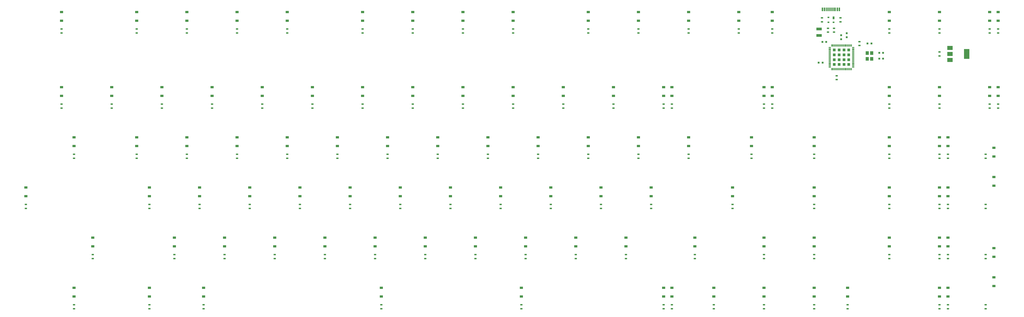
<source format=gbp>
G04 #@! TF.GenerationSoftware,KiCad,Pcbnew,(5.0.0)*
G04 #@! TF.CreationDate,2018-11-18T02:02:53-08:00*
G04 #@! TF.ProjectId,Voyager97,566F796167657239372E6B696361645F,rev?*
G04 #@! TF.SameCoordinates,Original*
G04 #@! TF.FileFunction,Paste,Bot*
G04 #@! TF.FilePolarity,Positive*
%FSLAX46Y46*%
G04 Gerber Fmt 4.6, Leading zero omitted, Abs format (unit mm)*
G04 Created by KiCad (PCBNEW (5.0.0)) date 11/18/18 02:02:53*
%MOMM*%
%LPD*%
G01*
G04 APERTURE LIST*
%ADD10R,0.750000X0.800000*%
%ADD11R,0.800000X0.750000*%
%ADD12R,1.200000X0.900000*%
%ADD13R,2.030000X1.140000*%
%ADD14R,2.000000X1.500000*%
%ADD15R,2.000000X3.800000*%
%ADD16R,0.900000X0.500000*%
%ADD17R,0.700000X0.600000*%
%ADD18R,0.700000X1.000000*%
%ADD19R,0.300000X1.450000*%
%ADD20R,0.600000X1.450000*%
%ADD21R,1.200000X1.400000*%
%ADD22R,1.102500X1.102500*%
%ADD23R,0.850000X0.300000*%
%ADD24R,0.300000X0.850000*%
G04 APERTURE END LIST*
D10*
G04 #@! TO.C,C2*
X345186000Y-42025000D03*
X345186000Y-40525000D03*
G04 #@! TD*
D11*
G04 #@! TO.C,C3*
X361176000Y-49403000D03*
X359676000Y-49403000D03*
G04 #@! TD*
G04 #@! TO.C,C4*
X359676000Y-47244000D03*
X361176000Y-47244000D03*
G04 #@! TD*
G04 #@! TO.C,C5*
X338086000Y-43053000D03*
X339586000Y-43053000D03*
G04 #@! TD*
G04 #@! TO.C,C6*
X336689000Y-50927000D03*
X338189000Y-50927000D03*
G04 #@! TD*
D10*
G04 #@! TO.C,C7*
X347345000Y-41263000D03*
X347345000Y-39763000D03*
G04 #@! TD*
D11*
G04 #@! TO.C,C8*
X355231000Y-43688000D03*
X356731000Y-43688000D03*
G04 #@! TD*
D12*
G04 #@! TO.C,D1*
X49212500Y-31687500D03*
X49212500Y-34987500D03*
G04 #@! TD*
G04 #@! TO.C,D2*
X77787500Y-34987500D03*
X77787500Y-31687500D03*
G04 #@! TD*
G04 #@! TO.C,D3*
X96837500Y-31687500D03*
X96837500Y-34987500D03*
G04 #@! TD*
G04 #@! TO.C,D4*
X115887500Y-34987500D03*
X115887500Y-31687500D03*
G04 #@! TD*
G04 #@! TO.C,D5*
X134937500Y-34987500D03*
X134937500Y-31687500D03*
G04 #@! TD*
G04 #@! TO.C,D6*
X163512500Y-31687500D03*
X163512500Y-34987500D03*
G04 #@! TD*
G04 #@! TO.C,D7*
X182562500Y-31687500D03*
X182562500Y-34987500D03*
G04 #@! TD*
G04 #@! TO.C,D8*
X201612500Y-34987500D03*
X201612500Y-31687500D03*
G04 #@! TD*
G04 #@! TO.C,D9*
X220662500Y-34987500D03*
X220662500Y-31687500D03*
G04 #@! TD*
G04 #@! TO.C,D10*
X249237500Y-34987500D03*
X249237500Y-31687500D03*
G04 #@! TD*
G04 #@! TO.C,D11*
X268287500Y-31687500D03*
X268287500Y-34987500D03*
G04 #@! TD*
G04 #@! TO.C,D12*
X287337500Y-31687500D03*
X287337500Y-34987500D03*
G04 #@! TD*
G04 #@! TO.C,D13*
X306387500Y-34987500D03*
X306387500Y-31687500D03*
G04 #@! TD*
G04 #@! TO.C,D14*
X319087500Y-60262500D03*
X319087500Y-63562500D03*
G04 #@! TD*
G04 #@! TO.C,D15*
X319087500Y-31687500D03*
X319087500Y-34987500D03*
G04 #@! TD*
G04 #@! TO.C,D16*
X404812500Y-34987500D03*
X404812500Y-31687500D03*
G04 #@! TD*
G04 #@! TO.C,D17*
X49212500Y-63562500D03*
X49212500Y-60262500D03*
G04 #@! TD*
G04 #@! TO.C,D18*
X68262500Y-63562500D03*
X68262500Y-60262500D03*
G04 #@! TD*
G04 #@! TO.C,D19*
X87312500Y-63562500D03*
X87312500Y-60262500D03*
G04 #@! TD*
G04 #@! TO.C,D20*
X106362500Y-63562500D03*
X106362500Y-60262500D03*
G04 #@! TD*
G04 #@! TO.C,D21*
X125412500Y-63562500D03*
X125412500Y-60262500D03*
G04 #@! TD*
G04 #@! TO.C,D22*
X144462500Y-60262500D03*
X144462500Y-63562500D03*
G04 #@! TD*
G04 #@! TO.C,D23*
X163512500Y-60262500D03*
X163512500Y-63562500D03*
G04 #@! TD*
G04 #@! TO.C,D24*
X182562500Y-60262500D03*
X182562500Y-63562500D03*
G04 #@! TD*
G04 #@! TO.C,D25*
X201612500Y-60262500D03*
X201612500Y-63562500D03*
G04 #@! TD*
G04 #@! TO.C,D26*
X220662500Y-60262500D03*
X220662500Y-63562500D03*
G04 #@! TD*
G04 #@! TO.C,D27*
X239712500Y-63562500D03*
X239712500Y-60262500D03*
G04 #@! TD*
G04 #@! TO.C,D28*
X258762500Y-63562500D03*
X258762500Y-60262500D03*
G04 #@! TD*
G04 #@! TO.C,D29*
X277812500Y-60262500D03*
X277812500Y-63562500D03*
G04 #@! TD*
G04 #@! TO.C,D30*
X280987500Y-63562500D03*
X280987500Y-60262500D03*
G04 #@! TD*
G04 #@! TO.C,D31*
X315912500Y-63562500D03*
X315912500Y-60262500D03*
G04 #@! TD*
G04 #@! TO.C,D32*
X334962500Y-82612500D03*
X334962500Y-79312500D03*
G04 #@! TD*
G04 #@! TO.C,D33*
X334962500Y-101662500D03*
X334962500Y-98362500D03*
G04 #@! TD*
G04 #@! TO.C,D35*
X53975000Y-82612500D03*
X53975000Y-79312500D03*
G04 #@! TD*
G04 #@! TO.C,D36*
X77787500Y-79312500D03*
X77787500Y-82612500D03*
G04 #@! TD*
G04 #@! TO.C,D37*
X96837500Y-82612500D03*
X96837500Y-79312500D03*
G04 #@! TD*
G04 #@! TO.C,D38*
X115887500Y-82612500D03*
X115887500Y-79312500D03*
G04 #@! TD*
G04 #@! TO.C,D39*
X134937500Y-79312500D03*
X134937500Y-82612500D03*
G04 #@! TD*
G04 #@! TO.C,D40*
X153987500Y-82612500D03*
X153987500Y-79312500D03*
G04 #@! TD*
G04 #@! TO.C,D41*
X173037500Y-82612500D03*
X173037500Y-79312500D03*
G04 #@! TD*
G04 #@! TO.C,D42*
X192087500Y-79312500D03*
X192087500Y-82612500D03*
G04 #@! TD*
G04 #@! TO.C,D43*
X211137500Y-82612500D03*
X211137500Y-79312500D03*
G04 #@! TD*
G04 #@! TO.C,D44*
X230187500Y-79312500D03*
X230187500Y-82612500D03*
G04 #@! TD*
G04 #@! TO.C,D45*
X249237500Y-82612500D03*
X249237500Y-79312500D03*
G04 #@! TD*
G04 #@! TO.C,D46*
X268287500Y-79312500D03*
X268287500Y-82612500D03*
G04 #@! TD*
G04 #@! TO.C,D47*
X287337500Y-79312500D03*
X287337500Y-82612500D03*
G04 #@! TD*
G04 #@! TO.C,D48*
X311150000Y-82612500D03*
X311150000Y-79312500D03*
G04 #@! TD*
G04 #@! TO.C,D52*
X35718750Y-98362500D03*
X35718750Y-101662500D03*
G04 #@! TD*
G04 #@! TO.C,D53*
X82550000Y-98362500D03*
X82550000Y-101662500D03*
G04 #@! TD*
G04 #@! TO.C,D54*
X101600000Y-101662500D03*
X101600000Y-98362500D03*
G04 #@! TD*
G04 #@! TO.C,D55*
X120650000Y-98362500D03*
X120650000Y-101662500D03*
G04 #@! TD*
G04 #@! TO.C,D56*
X139700000Y-98362500D03*
X139700000Y-101662500D03*
G04 #@! TD*
G04 #@! TO.C,D57*
X158750000Y-101662500D03*
X158750000Y-98362500D03*
G04 #@! TD*
G04 #@! TO.C,D58*
X177800000Y-98362500D03*
X177800000Y-101662500D03*
G04 #@! TD*
G04 #@! TO.C,D59*
X196850000Y-101662500D03*
X196850000Y-98362500D03*
G04 #@! TD*
G04 #@! TO.C,D60*
X215900000Y-101662500D03*
X215900000Y-98362500D03*
G04 #@! TD*
G04 #@! TO.C,D61*
X234950000Y-98362500D03*
X234950000Y-101662500D03*
G04 #@! TD*
G04 #@! TO.C,D62*
X254000000Y-98362500D03*
X254000000Y-101662500D03*
G04 #@! TD*
G04 #@! TO.C,D63*
X273050000Y-98362500D03*
X273050000Y-101662500D03*
G04 #@! TD*
G04 #@! TO.C,D65*
X304006250Y-98362500D03*
X304006250Y-101662500D03*
G04 #@! TD*
G04 #@! TO.C,D66*
X315912500Y-120712500D03*
X315912500Y-117412500D03*
G04 #@! TD*
G04 #@! TO.C,D67*
X61118750Y-120712500D03*
X61118750Y-117412500D03*
G04 #@! TD*
G04 #@! TO.C,D68*
X92075000Y-117412500D03*
X92075000Y-120712500D03*
G04 #@! TD*
G04 #@! TO.C,D69*
X111125000Y-120712500D03*
X111125000Y-117412500D03*
G04 #@! TD*
G04 #@! TO.C,D70*
X130175000Y-117412500D03*
X130175000Y-120712500D03*
G04 #@! TD*
G04 #@! TO.C,D71*
X149225000Y-120712500D03*
X149225000Y-117412500D03*
G04 #@! TD*
G04 #@! TO.C,D72*
X168275000Y-120712500D03*
X168275000Y-117412500D03*
G04 #@! TD*
G04 #@! TO.C,D73*
X187325000Y-117412500D03*
X187325000Y-120712500D03*
G04 #@! TD*
G04 #@! TO.C,D74*
X206375000Y-120712500D03*
X206375000Y-117412500D03*
G04 #@! TD*
G04 #@! TO.C,D75*
X225425000Y-117412500D03*
X225425000Y-120712500D03*
G04 #@! TD*
G04 #@! TO.C,D76*
X244475000Y-120712500D03*
X244475000Y-117412500D03*
G04 #@! TD*
G04 #@! TO.C,D77*
X263525000Y-117412500D03*
X263525000Y-120712500D03*
G04 #@! TD*
G04 #@! TO.C,D78*
X289718750Y-117412500D03*
X289718750Y-120712500D03*
G04 #@! TD*
G04 #@! TO.C,D80*
X334962500Y-117412500D03*
X334962500Y-120712500D03*
G04 #@! TD*
G04 #@! TO.C,D81*
X296862500Y-136462500D03*
X296862500Y-139762500D03*
G04 #@! TD*
G04 #@! TO.C,D82*
X315912500Y-136462500D03*
X315912500Y-139762500D03*
G04 #@! TD*
G04 #@! TO.C,D83*
X334962500Y-139762500D03*
X334962500Y-136462500D03*
G04 #@! TD*
G04 #@! TO.C,D84*
X53975000Y-139762500D03*
X53975000Y-136462500D03*
G04 #@! TD*
G04 #@! TO.C,D85*
X82550000Y-136462500D03*
X82550000Y-139762500D03*
G04 #@! TD*
G04 #@! TO.C,D86*
X103187500Y-139762500D03*
X103187500Y-136462500D03*
G04 #@! TD*
G04 #@! TO.C,D87*
X170656250Y-136462500D03*
X170656250Y-139762500D03*
G04 #@! TD*
G04 #@! TO.C,D89*
X223837500Y-139762500D03*
X223837500Y-136462500D03*
G04 #@! TD*
G04 #@! TO.C,D90*
X280987500Y-139762500D03*
X280987500Y-136462500D03*
G04 #@! TD*
G04 #@! TO.C,D91*
X277812500Y-136462500D03*
X277812500Y-139762500D03*
G04 #@! TD*
G04 #@! TO.C,D92*
X363537500Y-31687500D03*
X363537500Y-34987500D03*
G04 #@! TD*
G04 #@! TO.C,D93*
X382587500Y-31687500D03*
X382587500Y-34987500D03*
G04 #@! TD*
G04 #@! TO.C,D94*
X401637500Y-31687500D03*
X401637500Y-34987500D03*
G04 #@! TD*
G04 #@! TO.C,D95*
X363537500Y-60262500D03*
X363537500Y-63562500D03*
G04 #@! TD*
G04 #@! TO.C,D96*
X382587500Y-60262500D03*
X382587500Y-63562500D03*
G04 #@! TD*
G04 #@! TO.C,D97*
X401637500Y-60262500D03*
X401637500Y-63562500D03*
G04 #@! TD*
G04 #@! TO.C,D98*
X404812500Y-63562500D03*
X404812500Y-60262500D03*
G04 #@! TD*
G04 #@! TO.C,D99*
X363537500Y-82612500D03*
X363537500Y-79312500D03*
G04 #@! TD*
G04 #@! TO.C,D100*
X382587500Y-82612500D03*
X382587500Y-79312500D03*
G04 #@! TD*
G04 #@! TO.C,D101*
X385762500Y-82612500D03*
X385762500Y-79312500D03*
G04 #@! TD*
G04 #@! TO.C,D102*
X403225000Y-86581250D03*
X403225000Y-83281250D03*
G04 #@! TD*
G04 #@! TO.C,D103*
X363537500Y-101662500D03*
X363537500Y-98362500D03*
G04 #@! TD*
G04 #@! TO.C,D104*
X382587500Y-101662500D03*
X382587500Y-98362500D03*
G04 #@! TD*
G04 #@! TO.C,D105*
X385762500Y-98362500D03*
X385762500Y-101662500D03*
G04 #@! TD*
G04 #@! TO.C,D106*
X403225000Y-97693750D03*
X403225000Y-94393750D03*
G04 #@! TD*
G04 #@! TO.C,D107*
X363537500Y-117412500D03*
X363537500Y-120712500D03*
G04 #@! TD*
G04 #@! TO.C,D108*
X382587500Y-117412500D03*
X382587500Y-120712500D03*
G04 #@! TD*
G04 #@! TO.C,D109*
X385762500Y-117412500D03*
X385762500Y-120712500D03*
G04 #@! TD*
G04 #@! TO.C,D110*
X403225000Y-121381250D03*
X403225000Y-124681250D03*
G04 #@! TD*
G04 #@! TO.C,D111*
X347662500Y-136462500D03*
X347662500Y-139762500D03*
G04 #@! TD*
G04 #@! TO.C,D112*
X382587500Y-136462500D03*
X382587500Y-139762500D03*
G04 #@! TD*
G04 #@! TO.C,D113*
X385762500Y-139762500D03*
X385762500Y-136462500D03*
G04 #@! TD*
G04 #@! TO.C,D114*
X403225000Y-135793750D03*
X403225000Y-132493750D03*
G04 #@! TD*
D13*
G04 #@! TO.C,F1*
X336804000Y-38170000D03*
X336804000Y-40570000D03*
G04 #@! TD*
D14*
G04 #@! TO.C,Q1*
X386581250Y-49925000D03*
X386581250Y-45325000D03*
X386581250Y-47625000D03*
D15*
X392881250Y-47625000D03*
G04 #@! TD*
D16*
G04 #@! TO.C,R1*
X49212500Y-38143750D03*
X49212500Y-39643750D03*
G04 #@! TD*
G04 #@! TO.C,R2*
X77787500Y-38143750D03*
X77787500Y-39643750D03*
G04 #@! TD*
G04 #@! TO.C,R3*
X96837500Y-39643750D03*
X96837500Y-38143750D03*
G04 #@! TD*
G04 #@! TO.C,R4*
X115887500Y-39643750D03*
X115887500Y-38143750D03*
G04 #@! TD*
G04 #@! TO.C,R5*
X134937500Y-39643750D03*
X134937500Y-38143750D03*
G04 #@! TD*
G04 #@! TO.C,R6*
X163512500Y-39643750D03*
X163512500Y-38143750D03*
G04 #@! TD*
G04 #@! TO.C,R7*
X182562500Y-39643750D03*
X182562500Y-38143750D03*
G04 #@! TD*
G04 #@! TO.C,R8*
X201612500Y-38143750D03*
X201612500Y-39643750D03*
G04 #@! TD*
G04 #@! TO.C,R9*
X220662500Y-38143750D03*
X220662500Y-39643750D03*
G04 #@! TD*
G04 #@! TO.C,R10*
X249237500Y-38143750D03*
X249237500Y-39643750D03*
G04 #@! TD*
G04 #@! TO.C,R11*
X268287500Y-39643750D03*
X268287500Y-38143750D03*
G04 #@! TD*
G04 #@! TO.C,R12*
X287337500Y-39643750D03*
X287337500Y-38143750D03*
G04 #@! TD*
G04 #@! TO.C,R13*
X306387500Y-38143750D03*
X306387500Y-39643750D03*
G04 #@! TD*
G04 #@! TO.C,R14*
X319087500Y-66718750D03*
X319087500Y-68218750D03*
G04 #@! TD*
G04 #@! TO.C,R15*
X319087500Y-39643750D03*
X319087500Y-38143750D03*
G04 #@! TD*
G04 #@! TO.C,R16*
X363537500Y-38143750D03*
X363537500Y-39643750D03*
G04 #@! TD*
G04 #@! TO.C,R17*
X49212500Y-68218750D03*
X49212500Y-66718750D03*
G04 #@! TD*
G04 #@! TO.C,R18*
X68262500Y-66718750D03*
X68262500Y-68218750D03*
G04 #@! TD*
G04 #@! TO.C,R19*
X87312500Y-66718750D03*
X87312500Y-68218750D03*
G04 #@! TD*
G04 #@! TO.C,R20*
X106362500Y-66718750D03*
X106362500Y-68218750D03*
G04 #@! TD*
G04 #@! TO.C,R21*
X125412500Y-66718750D03*
X125412500Y-68218750D03*
G04 #@! TD*
G04 #@! TO.C,R22*
X144462500Y-66718750D03*
X144462500Y-68218750D03*
G04 #@! TD*
G04 #@! TO.C,R23*
X163512500Y-68218750D03*
X163512500Y-66718750D03*
G04 #@! TD*
G04 #@! TO.C,R24*
X182562500Y-66718750D03*
X182562500Y-68218750D03*
G04 #@! TD*
G04 #@! TO.C,R25*
X201612500Y-66718750D03*
X201612500Y-68218750D03*
G04 #@! TD*
G04 #@! TO.C,R26*
X220662500Y-68218750D03*
X220662500Y-66718750D03*
G04 #@! TD*
G04 #@! TO.C,R27*
X239712500Y-68218750D03*
X239712500Y-66718750D03*
G04 #@! TD*
G04 #@! TO.C,R28*
X258762500Y-66718750D03*
X258762500Y-68218750D03*
G04 #@! TD*
G04 #@! TO.C,R29*
X277812500Y-68218750D03*
X277812500Y-66718750D03*
G04 #@! TD*
G04 #@! TO.C,R30*
X280987500Y-66718750D03*
X280987500Y-68218750D03*
G04 #@! TD*
G04 #@! TO.C,R31*
X315912500Y-66718750D03*
X315912500Y-68218750D03*
G04 #@! TD*
G04 #@! TO.C,R32*
X382587500Y-39643750D03*
X382587500Y-38143750D03*
G04 #@! TD*
G04 #@! TO.C,R33*
X401637500Y-38143750D03*
X401637500Y-39643750D03*
G04 #@! TD*
G04 #@! TO.C,R34*
X404812500Y-39643750D03*
X404812500Y-38143750D03*
G04 #@! TD*
G04 #@! TO.C,R35*
X53975000Y-87268750D03*
X53975000Y-85768750D03*
G04 #@! TD*
G04 #@! TO.C,R36*
X77787500Y-85768750D03*
X77787500Y-87268750D03*
G04 #@! TD*
G04 #@! TO.C,R37*
X96837500Y-87268750D03*
X96837500Y-85768750D03*
G04 #@! TD*
G04 #@! TO.C,R38*
X115887500Y-85768750D03*
X115887500Y-87268750D03*
G04 #@! TD*
G04 #@! TO.C,R39*
X134937500Y-87268750D03*
X134937500Y-85768750D03*
G04 #@! TD*
G04 #@! TO.C,R40*
X153987500Y-85768750D03*
X153987500Y-87268750D03*
G04 #@! TD*
G04 #@! TO.C,R41*
X173037500Y-85768750D03*
X173037500Y-87268750D03*
G04 #@! TD*
G04 #@! TO.C,R42*
X192087500Y-85768750D03*
X192087500Y-87268750D03*
G04 #@! TD*
G04 #@! TO.C,R43*
X211137500Y-87268750D03*
X211137500Y-85768750D03*
G04 #@! TD*
G04 #@! TO.C,R44*
X230187500Y-85768750D03*
X230187500Y-87268750D03*
G04 #@! TD*
G04 #@! TO.C,R45*
X249237500Y-87268750D03*
X249237500Y-85768750D03*
G04 #@! TD*
G04 #@! TO.C,R46*
X268287500Y-85768750D03*
X268287500Y-87268750D03*
G04 #@! TD*
G04 #@! TO.C,R47*
X287337500Y-87268750D03*
X287337500Y-85768750D03*
G04 #@! TD*
G04 #@! TO.C,R48*
X311150000Y-85768750D03*
X311150000Y-87268750D03*
G04 #@! TD*
G04 #@! TO.C,R49*
X334962500Y-85768750D03*
X334962500Y-87268750D03*
G04 #@! TD*
G04 #@! TO.C,R50*
X334962500Y-106318750D03*
X334962500Y-104818750D03*
G04 #@! TD*
G04 #@! TO.C,R52*
X35718750Y-106318750D03*
X35718750Y-104818750D03*
G04 #@! TD*
G04 #@! TO.C,R53*
X82550000Y-106318750D03*
X82550000Y-104818750D03*
G04 #@! TD*
G04 #@! TO.C,R54*
X101600000Y-106318750D03*
X101600000Y-104818750D03*
G04 #@! TD*
G04 #@! TO.C,R55*
X120650000Y-106318750D03*
X120650000Y-104818750D03*
G04 #@! TD*
G04 #@! TO.C,R56*
X139700000Y-104818750D03*
X139700000Y-106318750D03*
G04 #@! TD*
G04 #@! TO.C,R57*
X158750000Y-106318750D03*
X158750000Y-104818750D03*
G04 #@! TD*
G04 #@! TO.C,R58*
X177800000Y-104818750D03*
X177800000Y-106318750D03*
G04 #@! TD*
G04 #@! TO.C,R59*
X196850000Y-106318750D03*
X196850000Y-104818750D03*
G04 #@! TD*
G04 #@! TO.C,R60*
X215900000Y-104818750D03*
X215900000Y-106318750D03*
G04 #@! TD*
G04 #@! TO.C,R61*
X234950000Y-106318750D03*
X234950000Y-104818750D03*
G04 #@! TD*
G04 #@! TO.C,R62*
X254000000Y-104818750D03*
X254000000Y-106318750D03*
G04 #@! TD*
G04 #@! TO.C,R63*
X273050000Y-106318750D03*
X273050000Y-104818750D03*
G04 #@! TD*
G04 #@! TO.C,R65*
X304006250Y-106318750D03*
X304006250Y-104818750D03*
G04 #@! TD*
G04 #@! TO.C,R66*
X315912500Y-123868750D03*
X315912500Y-125368750D03*
G04 #@! TD*
G04 #@! TO.C,R67*
X61118750Y-123868750D03*
X61118750Y-125368750D03*
G04 #@! TD*
G04 #@! TO.C,R68*
X92075000Y-123868750D03*
X92075000Y-125368750D03*
G04 #@! TD*
G04 #@! TO.C,R69*
X111125000Y-123868750D03*
X111125000Y-125368750D03*
G04 #@! TD*
G04 #@! TO.C,R70*
X130175000Y-123868750D03*
X130175000Y-125368750D03*
G04 #@! TD*
G04 #@! TO.C,R71*
X149225000Y-125368750D03*
X149225000Y-123868750D03*
G04 #@! TD*
G04 #@! TO.C,R72*
X168275000Y-123868750D03*
X168275000Y-125368750D03*
G04 #@! TD*
G04 #@! TO.C,R73*
X187325000Y-125368750D03*
X187325000Y-123868750D03*
G04 #@! TD*
G04 #@! TO.C,R74*
X206375000Y-123868750D03*
X206375000Y-125368750D03*
G04 #@! TD*
G04 #@! TO.C,R75*
X225425000Y-125368750D03*
X225425000Y-123868750D03*
G04 #@! TD*
G04 #@! TO.C,R76*
X244475000Y-123868750D03*
X244475000Y-125368750D03*
G04 #@! TD*
G04 #@! TO.C,R77*
X263525000Y-125368750D03*
X263525000Y-123868750D03*
G04 #@! TD*
G04 #@! TO.C,R78*
X289718750Y-123868750D03*
X289718750Y-125368750D03*
G04 #@! TD*
G04 #@! TO.C,R80*
X334962500Y-125368750D03*
X334962500Y-123868750D03*
G04 #@! TD*
G04 #@! TO.C,R81*
X296862500Y-142918750D03*
X296862500Y-144418750D03*
G04 #@! TD*
G04 #@! TO.C,R82*
X315912500Y-142918750D03*
X315912500Y-144418750D03*
G04 #@! TD*
G04 #@! TO.C,R83*
X334962500Y-144418750D03*
X334962500Y-142918750D03*
G04 #@! TD*
G04 #@! TO.C,R84*
X53975000Y-144418750D03*
X53975000Y-142918750D03*
G04 #@! TD*
G04 #@! TO.C,R85*
X82550000Y-144418750D03*
X82550000Y-142918750D03*
G04 #@! TD*
G04 #@! TO.C,R86*
X103187500Y-142918750D03*
X103187500Y-144418750D03*
G04 #@! TD*
G04 #@! TO.C,R87*
X170656250Y-142918750D03*
X170656250Y-144418750D03*
G04 #@! TD*
G04 #@! TO.C,R89*
X223837500Y-144418750D03*
X223837500Y-142918750D03*
G04 #@! TD*
G04 #@! TO.C,R90*
X280987500Y-142918750D03*
X280987500Y-144418750D03*
G04 #@! TD*
G04 #@! TO.C,R91*
X277812500Y-144418750D03*
X277812500Y-142918750D03*
G04 #@! TD*
G04 #@! TO.C,R95*
X363537500Y-68218750D03*
X363537500Y-66718750D03*
G04 #@! TD*
G04 #@! TO.C,R96*
X382587500Y-66718750D03*
X382587500Y-68218750D03*
G04 #@! TD*
G04 #@! TO.C,R97*
X401637500Y-68218750D03*
X401637500Y-66718750D03*
G04 #@! TD*
G04 #@! TO.C,R98*
X404812500Y-66718750D03*
X404812500Y-68218750D03*
G04 #@! TD*
G04 #@! TO.C,R99*
X363537500Y-87268750D03*
X363537500Y-85768750D03*
G04 #@! TD*
G04 #@! TO.C,R100*
X382587500Y-87268750D03*
X382587500Y-85768750D03*
G04 #@! TD*
G04 #@! TO.C,R101*
X385762500Y-87268750D03*
X385762500Y-85768750D03*
G04 #@! TD*
G04 #@! TO.C,R102*
X400050000Y-85768750D03*
X400050000Y-87268750D03*
G04 #@! TD*
G04 #@! TO.C,R103*
X363537500Y-106318750D03*
X363537500Y-104818750D03*
G04 #@! TD*
G04 #@! TO.C,R104*
X382587500Y-104818750D03*
X382587500Y-106318750D03*
G04 #@! TD*
G04 #@! TO.C,R105*
X385762500Y-106318750D03*
X385762500Y-104818750D03*
G04 #@! TD*
G04 #@! TO.C,R106*
X400050000Y-104818750D03*
X400050000Y-106318750D03*
G04 #@! TD*
G04 #@! TO.C,R107*
X363537500Y-125368750D03*
X363537500Y-123868750D03*
G04 #@! TD*
G04 #@! TO.C,R108*
X382587500Y-123868750D03*
X382587500Y-125368750D03*
G04 #@! TD*
G04 #@! TO.C,R109*
X385762500Y-125368750D03*
X385762500Y-123868750D03*
G04 #@! TD*
G04 #@! TO.C,R110*
X400050000Y-123868750D03*
X400050000Y-125368750D03*
G04 #@! TD*
G04 #@! TO.C,R111*
X347662500Y-142918750D03*
X347662500Y-144418750D03*
G04 #@! TD*
G04 #@! TO.C,R112*
X382587500Y-142918750D03*
X382587500Y-144418750D03*
G04 #@! TD*
G04 #@! TO.C,R113*
X385762500Y-144418750D03*
X385762500Y-142918750D03*
G04 #@! TD*
G04 #@! TO.C,R114*
X400050000Y-142918750D03*
X400050000Y-144418750D03*
G04 #@! TD*
G04 #@! TO.C,RC1*
X340233000Y-39358000D03*
X340233000Y-37858000D03*
G04 #@! TD*
G04 #@! TO.C,RC2*
X342519000Y-37858000D03*
X342519000Y-39358000D03*
G04 #@! TD*
G04 #@! TO.C,RC3*
X352171000Y-42938000D03*
X352171000Y-44438000D03*
G04 #@! TD*
G04 #@! TO.C,RC4*
X343535000Y-55892000D03*
X343535000Y-57392000D03*
G04 #@! TD*
G04 #@! TO.C,RC5*
X382587500Y-46875000D03*
X382587500Y-48375000D03*
G04 #@! TD*
D17*
G04 #@! TO.C,U2*
X340376000Y-35621000D03*
X342376000Y-35621000D03*
X340376000Y-33721000D03*
D18*
X342376000Y-33921000D03*
G04 #@! TD*
D19*
G04 #@! TO.C,USB1*
X341062500Y-30713750D03*
X341562500Y-30713750D03*
X342062500Y-30713750D03*
X340562500Y-30713750D03*
X342562500Y-30713750D03*
X340062500Y-30713750D03*
X343062500Y-30713750D03*
X339562500Y-30713750D03*
D20*
X338862500Y-30713750D03*
X343762500Y-30713750D03*
X338087500Y-30713750D03*
X344537500Y-30713750D03*
G04 #@! TD*
D21*
G04 #@! TO.C,Y1*
X356831000Y-49487000D03*
X356831000Y-47287000D03*
X355131000Y-47287000D03*
X355131000Y-49487000D03*
G04 #@! TD*
D22*
G04 #@! TO.C,U1*
X342620250Y-46138750D03*
X344457750Y-46138750D03*
X346295250Y-46138750D03*
X348132750Y-46138750D03*
X342620250Y-47976250D03*
X344457750Y-47976250D03*
X346295250Y-47976250D03*
X348132750Y-47976250D03*
X342620250Y-49813750D03*
X344457750Y-49813750D03*
X346295250Y-49813750D03*
X348132750Y-49813750D03*
X342620250Y-51651250D03*
X344457750Y-51651250D03*
X346295250Y-51651250D03*
X348132750Y-51651250D03*
D23*
X340926500Y-45145000D03*
X340926500Y-45645000D03*
X340926500Y-46145000D03*
X340926500Y-46645000D03*
X340926500Y-47145000D03*
X340926500Y-47645000D03*
X340926500Y-48145000D03*
X340926500Y-48645000D03*
X340926500Y-49145000D03*
X340926500Y-49645000D03*
X340926500Y-50145000D03*
X340926500Y-50645000D03*
X340926500Y-51145000D03*
X340926500Y-51645000D03*
X340926500Y-52145000D03*
X340926500Y-52645000D03*
D24*
X341626500Y-53345000D03*
X342126500Y-53345000D03*
X342626500Y-53345000D03*
X343126500Y-53345000D03*
X343626500Y-53345000D03*
X344126500Y-53345000D03*
X344626500Y-53345000D03*
X345126500Y-53345000D03*
X345626500Y-53345000D03*
X346126500Y-53345000D03*
X346626500Y-53345000D03*
X347126500Y-53345000D03*
X347626500Y-53345000D03*
X348126500Y-53345000D03*
X348626500Y-53345000D03*
X349126500Y-53345000D03*
D23*
X349826500Y-52645000D03*
X349826500Y-52145000D03*
X349826500Y-51645000D03*
X349826500Y-51145000D03*
X349826500Y-50645000D03*
X349826500Y-50145000D03*
X349826500Y-49645000D03*
X349826500Y-49145000D03*
X349826500Y-48645000D03*
X349826500Y-48145000D03*
X349826500Y-47645000D03*
X349826500Y-47145000D03*
X349826500Y-46645000D03*
X349826500Y-46145000D03*
X349826500Y-45645000D03*
X349826500Y-45145000D03*
D24*
X349126500Y-44445000D03*
X348626500Y-44445000D03*
X348126500Y-44445000D03*
X347626500Y-44445000D03*
X347126500Y-44445000D03*
X346626500Y-44445000D03*
X346126500Y-44445000D03*
X345626500Y-44445000D03*
X345126500Y-44445000D03*
X344626500Y-44445000D03*
X344126500Y-44445000D03*
X343626500Y-44445000D03*
X343126500Y-44445000D03*
X342626500Y-44445000D03*
X342126500Y-44445000D03*
X341626500Y-44445000D03*
G04 #@! TD*
D16*
G04 #@! TO.C,RC6*
X337947000Y-35421000D03*
X337947000Y-33921000D03*
G04 #@! TD*
G04 #@! TO.C,RC7*
X344932000Y-33921000D03*
X344932000Y-35421000D03*
G04 #@! TD*
M02*

</source>
